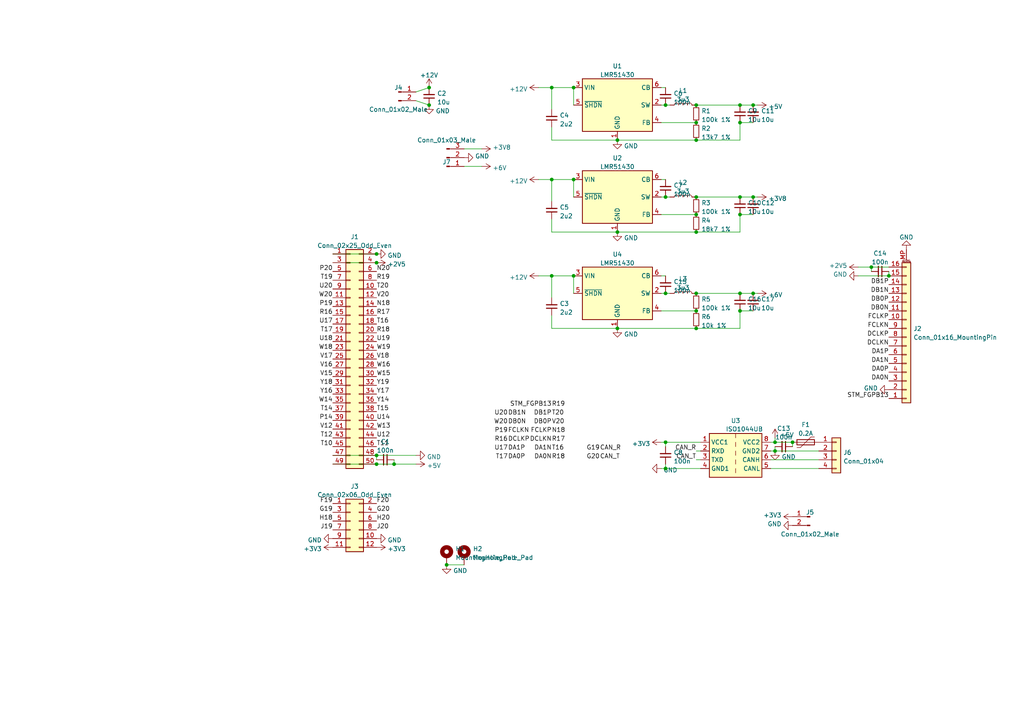
<source format=kicad_sch>
(kicad_sch (version 20211123) (generator eeschema)
  (paper "A4")
  (lib_symbols
    (symbol "Connector:Conn_01x02_Male" (pin_names (offset 1.016) hide)
      (property "Reference" "J" (at 0 2.54 0))
      (property "Value" "Conn_01x02_Male" (at 0 -5.08 0))
      (symbol "Conn_01x02_Male_1_1"
        (polyline (pts (xy 1.27 -2.54) (xy 0.8636 -2.54)) (stroke (width 0.1524)))
        (polyline (pts (xy 1.27 0) (xy 0.8636 0)) (stroke (width 0.1524)))
        (rectangle (start 0.8636 -2.413) (end 0 -2.667) (stroke (width 0.1524)) (fill (type outline)))
        (rectangle (start 0.8636 0.127) (end 0 -0.127) (stroke (width 0.1524)) (fill (type outline)))
        (pin passive line (at 5.08 0 180) (length 3.81) (name "Pin_1") (number "1"))
        (pin passive line (at 5.08 -2.54 180) (length 3.81) (name "Pin_2") (number "2"))
      )
    )
    (symbol "Connector:Conn_01x03_Male" (pin_names (offset 1.016) hide)
      (property "Reference" "J" (at 0 5.08 0))
      (property "Value" "Conn_01x03_Male" (at 0 -5.08 0))
      (symbol "Conn_01x03_Male_1_1"
        (polyline (pts (xy 1.27 -2.54) (xy 0.8636 -2.54)) (stroke (width 0.1524)))
        (polyline (pts (xy 1.27 0) (xy 0.8636 0)) (stroke (width 0.1524)))
        (polyline (pts (xy 1.27 2.54) (xy 0.8636 2.54)) (stroke (width 0.1524)))
        (rectangle (start 0.8636 -2.413) (end 0 -2.667) (stroke (width 0.1524)) (fill (type outline)))
        (rectangle (start 0.8636 0.127) (end 0 -0.127) (stroke (width 0.1524)) (fill (type outline)))
        (rectangle (start 0.8636 2.667) (end 0 2.413) (stroke (width 0.1524)) (fill (type outline)))
        (pin passive line (at 5.08 2.54 180) (length 3.81) (name "Pin_1") (number "1"))
        (pin passive line (at 5.08 0 180) (length 3.81) (name "Pin_2") (number "2"))
        (pin passive line (at 5.08 -2.54 180) (length 3.81) (name "Pin_3") (number "3"))
      )
    )
    (symbol "Connector_Generic:Conn_01x04" (pin_names (offset 1.016) hide)
      (property "Reference" "J" (at 0 5.08 0))
      (property "Value" "Conn_01x04" (at 0 -7.62 0))
      (symbol "Conn_01x04_1_1"
        (rectangle (start -1.27 -4.953) (end 0 -5.207) (stroke (width 0.1524)))
        (rectangle (start -1.27 -2.413) (end 0 -2.667) (stroke (width 0.1524)))
        (rectangle (start -1.27 0.127) (end 0 -0.127) (stroke (width 0.1524)))
        (rectangle (start -1.27 2.667) (end 0 2.413) (stroke (width 0.1524)))
        (rectangle (start -1.27 3.81) (end 1.27 -6.35) (stroke (width 0.254)) (fill (type background)))
        (pin passive line (at -5.08 2.54 0) (length 3.81) (name "Pin_1") (number "1"))
        (pin passive line (at -5.08 0 0) (length 3.81) (name "Pin_2") (number "2"))
        (pin passive line (at -5.08 -2.54 0) (length 3.81) (name "Pin_3") (number "3"))
        (pin passive line (at -5.08 -5.08 0) (length 3.81) (name "Pin_4") (number "4"))
      )
    )
    (symbol "Connector_Generic:Conn_02x06_Odd_Even" (pin_names (offset 1.016) hide)
      (property "Reference" "J" (at 1.27 7.62 0))
      (property "Value" "Conn_02x06_Odd_Even" (at 1.27 -10.16 0))
      (symbol "Conn_02x06_Odd_Even_1_1"
        (rectangle (start -1.27 -7.493) (end 0 -7.747) (stroke (width 0.1524)))
        (rectangle (start -1.27 -4.953) (end 0 -5.207) (stroke (width 0.1524)))
        (rectangle (start -1.27 -2.413) (end 0 -2.667) (stroke (width 0.1524)))
        (rectangle (start -1.27 0.127) (end 0 -0.127) (stroke (width 0.1524)))
        (rectangle (start -1.27 2.667) (end 0 2.413) (stroke (width 0.1524)))
        (rectangle (start -1.27 5.207) (end 0 4.953) (stroke (width 0.1524)))
        (rectangle (start -1.27 6.35) (end 3.81 -8.89) (stroke (width 0.254)) (fill (type background)))
        (rectangle (start 3.81 -7.493) (end 2.54 -7.747) (stroke (width 0.1524)))
        (rectangle (start 3.81 -4.953) (end 2.54 -5.207) (stroke (width 0.1524)))
        (rectangle (start 3.81 -2.413) (end 2.54 -2.667) (stroke (width 0.1524)))
        (rectangle (start 3.81 0.127) (end 2.54 -0.127) (stroke (width 0.1524)))
        (rectangle (start 3.81 2.667) (end 2.54 2.413) (stroke (width 0.1524)))
        (rectangle (start 3.81 5.207) (end 2.54 4.953) (stroke (width 0.1524)))
        (pin passive line (at -5.08 5.08 0) (length 3.81) (name "Pin_1") (number "1"))
        (pin passive line (at 7.62 -5.08 180) (length 3.81) (name "Pin_10") (number "10"))
        (pin passive line (at -5.08 -7.62 0) (length 3.81) (name "Pin_11") (number "11"))
        (pin passive line (at 7.62 -7.62 180) (length 3.81) (name "Pin_12") (number "12"))
        (pin passive line (at 7.62 5.08 180) (length 3.81) (name "Pin_2") (number "2"))
        (pin passive line (at -5.08 2.54 0) (length 3.81) (name "Pin_3") (number "3"))
        (pin passive line (at 7.62 2.54 180) (length 3.81) (name "Pin_4") (number "4"))
        (pin passive line (at -5.08 0 0) (length 3.81) (name "Pin_5") (number "5"))
        (pin passive line (at 7.62 0 180) (length 3.81) (name "Pin_6") (number "6"))
        (pin passive line (at -5.08 -2.54 0) (length 3.81) (name "Pin_7") (number "7"))
        (pin passive line (at 7.62 -2.54 180) (length 3.81) (name "Pin_8") (number "8"))
        (pin passive line (at -5.08 -5.08 0) (length 3.81) (name "Pin_9") (number "9"))
      )
    )
    (symbol "Connector_Generic:Conn_02x25_Odd_Even" (pin_names (offset 1.016) hide)
      (property "Reference" "J" (at 1.27 33.02 0))
      (property "Value" "Conn_02x25_Odd_Even" (at 1.27 -33.02 0))
      (symbol "Conn_02x25_Odd_Even_1_1"
        (rectangle (start -1.27 -30.353) (end 0 -30.607) (stroke (width 0.1524)))
        (rectangle (start -1.27 -27.813) (end 0 -28.067) (stroke (width 0.1524)))
        (rectangle (start -1.27 -25.273) (end 0 -25.527) (stroke (width 0.1524)))
        (rectangle (start -1.27 -22.733) (end 0 -22.987) (stroke (width 0.1524)))
        (rectangle (start -1.27 -20.193) (end 0 -20.447) (stroke (width 0.1524)))
        (rectangle (start -1.27 -17.653) (end 0 -17.907) (stroke (width 0.1524)))
        (rectangle (start -1.27 -15.113) (end 0 -15.367) (stroke (width 0.1524)))
        (rectangle (start -1.27 -12.573) (end 0 -12.827) (stroke (width 0.1524)))
        (rectangle (start -1.27 -10.033) (end 0 -10.287) (stroke (width 0.1524)))
        (rectangle (start -1.27 -7.493) (end 0 -7.747) (stroke (width 0.1524)))
        (rectangle (start -1.27 -4.953) (end 0 -5.207) (stroke (width 0.1524)))
        (rectangle (start -1.27 -2.413) (end 0 -2.667) (stroke (width 0.1524)))
        (rectangle (start -1.27 0.127) (end 0 -0.127) (stroke (width 0.1524)))
        (rectangle (start -1.27 2.667) (end 0 2.413) (stroke (width 0.1524)))
        (rectangle (start -1.27 5.207) (end 0 4.953) (stroke (width 0.1524)))
        (rectangle (start -1.27 7.747) (end 0 7.493) (stroke (width 0.1524)))
        (rectangle (start -1.27 10.287) (end 0 10.033) (stroke (width 0.1524)))
        (rectangle (start -1.27 12.827) (end 0 12.573) (stroke (width 0.1524)))
        (rectangle (start -1.27 15.367) (end 0 15.113) (stroke (width 0.1524)))
        (rectangle (start -1.27 17.907) (end 0 17.653) (stroke (width 0.1524)))
        (rectangle (start -1.27 20.447) (end 0 20.193) (stroke (width 0.1524)))
        (rectangle (start -1.27 22.987) (end 0 22.733) (stroke (width 0.1524)))
        (rectangle (start -1.27 25.527) (end 0 25.273) (stroke (width 0.1524)))
        (rectangle (start -1.27 28.067) (end 0 27.813) (stroke (width 0.1524)))
        (rectangle (start -1.27 30.607) (end 0 30.353) (stroke (width 0.1524)))
        (rectangle (start -1.27 31.75) (end 3.81 -31.75) (stroke (width 0.254)) (fill (type background)))
        (rectangle (start 3.81 -30.353) (end 2.54 -30.607) (stroke (width 0.1524)))
        (rectangle (start 3.81 -27.813) (end 2.54 -28.067) (stroke (width 0.1524)))
        (rectangle (start 3.81 -25.273) (end 2.54 -25.527) (stroke (width 0.1524)))
        (rectangle (start 3.81 -22.733) (end 2.54 -22.987) (stroke (width 0.1524)))
        (rectangle (start 3.81 -20.193) (end 2.54 -20.447) (stroke (width 0.1524)))
        (rectangle (start 3.81 -17.653) (end 2.54 -17.907) (stroke (width 0.1524)))
        (rectangle (start 3.81 -15.113) (end 2.54 -15.367) (stroke (width 0.1524)))
        (rectangle (start 3.81 -12.573) (end 2.54 -12.827) (stroke (width 0.1524)))
        (rectangle (start 3.81 -10.033) (end 2.54 -10.287) (stroke (width 0.1524)))
        (rectangle (start 3.81 -7.493) (end 2.54 -7.747) (stroke (width 0.1524)))
        (rectangle (start 3.81 -4.953) (end 2.54 -5.207) (stroke (width 0.1524)))
        (rectangle (start 3.81 -2.413) (end 2.54 -2.667) (stroke (width 0.1524)))
        (rectangle (start 3.81 0.127) (end 2.54 -0.127) (stroke (width 0.1524)))
        (rectangle (start 3.81 2.667) (end 2.54 2.413) (stroke (width 0.1524)))
        (rectangle (start 3.81 5.207) (end 2.54 4.953) (stroke (width 0.1524)))
        (rectangle (start 3.81 7.747) (end 2.54 7.493) (stroke (width 0.1524)))
        (rectangle (start 3.81 10.287) (end 2.54 10.033) (stroke (width 0.1524)))
        (rectangle (start 3.81 12.827) (end 2.54 12.573) (stroke (width 0.1524)))
        (rectangle (start 3.81 15.367) (end 2.54 15.113) (stroke (width 0.1524)))
        (rectangle (start 3.81 17.907) (end 2.54 17.653) (stroke (width 0.1524)))
        (rectangle (start 3.81 20.447) (end 2.54 20.193) (stroke (width 0.1524)))
        (rectangle (start 3.81 22.987) (end 2.54 22.733) (stroke (width 0.1524)))
        (rectangle (start 3.81 25.527) (end 2.54 25.273) (stroke (width 0.1524)))
        (rectangle (start 3.81 28.067) (end 2.54 27.813) (stroke (width 0.1524)))
        (rectangle (start 3.81 30.607) (end 2.54 30.353) (stroke (width 0.1524)))
        (pin passive line (at -5.08 30.48 0) (length 3.81) (name "Pin_1") (number "1"))
        (pin passive line (at 7.62 20.32 180) (length 3.81) (name "Pin_10") (number "10"))
        (pin passive line (at -5.08 17.78 0) (length 3.81) (name "Pin_11") (number "11"))
        (pin passive line (at 7.62 17.78 180) (length 3.81) (name "Pin_12") (number "12"))
        (pin passive line (at -5.08 15.24 0) (length 3.81) (name "Pin_13") (number "13"))
        (pin passive line (at 7.62 15.24 180) (length 3.81) (name "Pin_14") (number "14"))
        (pin passive line (at -5.08 12.7 0) (length 3.81) (name "Pin_15") (number "15"))
        (pin passive line (at 7.62 12.7 180) (length 3.81) (name "Pin_16") (number "16"))
        (pin passive line (at -5.08 10.16 0) (length 3.81) (name "Pin_17") (number "17"))
        (pin passive line (at 7.62 10.16 180) (length 3.81) (name "Pin_18") (number "18"))
        (pin passive line (at -5.08 7.62 0) (length 3.81) (name "Pin_19") (number "19"))
        (pin passive line (at 7.62 30.48 180) (length 3.81) (name "Pin_2") (number "2"))
        (pin passive line (at 7.62 7.62 180) (length 3.81) (name "Pin_20") (number "20"))
        (pin passive line (at -5.08 5.08 0) (length 3.81) (name "Pin_21") (number "21"))
        (pin passive line (at 7.62 5.08 180) (length 3.81) (name "Pin_22") (number "22"))
        (pin passive line (at -5.08 2.54 0) (length 3.81) (name "Pin_23") (number "23"))
        (pin passive line (at 7.62 2.54 180) (length 3.81) (name "Pin_24") (number "24"))
        (pin passive line (at -5.08 0 0) (length 3.81) (name "Pin_25") (number "25"))
        (pin passive line (at 7.62 0 180) (length 3.81) (name "Pin_26") (number "26"))
        (pin passive line (at -5.08 -2.54 0) (length 3.81) (name "Pin_27") (number "27"))
        (pin passive line (at 7.62 -2.54 180) (length 3.81) (name "Pin_28") (number "28"))
        (pin passive line (at -5.08 -5.08 0) (length 3.81) (name "Pin_29") (number "29"))
        (pin passive line (at -5.08 27.94 0) (length 3.81) (name "Pin_3") (number "3"))
        (pin passive line (at 7.62 -5.08 180) (length 3.81) (name "Pin_30") (number "30"))
        (pin passive line (at -5.08 -7.62 0) (length 3.81) (name "Pin_31") (number "31"))
        (pin passive line (at 7.62 -7.62 180) (length 3.81) (name "Pin_32") (number "32"))
        (pin passive line (at -5.08 -10.16 0) (length 3.81) (name "Pin_33") (number "33"))
        (pin passive line (at 7.62 -10.16 180) (length 3.81) (name "Pin_34") (number "34"))
        (pin passive line (at -5.08 -12.7 0) (length 3.81) (name "Pin_35") (number "35"))
        (pin passive line (at 7.62 -12.7 180) (length 3.81) (name "Pin_36") (number "36"))
        (pin passive line (at -5.08 -15.24 0) (length 3.81) (name "Pin_37") (number "37"))
        (pin passive line (at 7.62 -15.24 180) (length 3.81) (name "Pin_38") (number "38"))
        (pin passive line (at -5.08 -17.78 0) (length 3.81) (name "Pin_39") (number "39"))
        (pin passive line (at 7.62 27.94 180) (length 3.81) (name "Pin_4") (number "4"))
        (pin passive line (at 7.62 -17.78 180) (length 3.81) (name "Pin_40") (number "40"))
        (pin passive line (at -5.08 -20.32 0) (length 3.81) (name "Pin_41") (number "41"))
        (pin passive line (at 7.62 -20.32 180) (length 3.81) (name "Pin_42") (number "42"))
        (pin passive line (at -5.08 -22.86 0) (length 3.81) (name "Pin_43") (number "43"))
        (pin passive line (at 7.62 -22.86 180) (length 3.81) (name "Pin_44") (number "44"))
        (pin passive line (at -5.08 -25.4 0) (length 3.81) (name "Pin_45") (number "45"))
        (pin passive line (at 7.62 -25.4 180) (length 3.81) (name "Pin_46") (number "46"))
        (pin passive line (at -5.08 -27.94 0) (length 3.81) (name "Pin_47") (number "47"))
        (pin passive line (at 7.62 -27.94 180) (length 3.81) (name "Pin_48") (number "48"))
        (pin passive line (at -5.08 -30.48 0) (length 3.81) (name "Pin_49") (number "49"))
        (pin passive line (at -5.08 25.4 0) (length 3.81) (name "Pin_5") (number "5"))
        (pin passive line (at 7.62 -30.48 180) (length 3.81) (name "Pin_50") (number "50"))
        (pin passive line (at 7.62 25.4 180) (length 3.81) (name "Pin_6") (number "6"))
        (pin passive line (at -5.08 22.86 0) (length 3.81) (name "Pin_7") (number "7"))
        (pin passive line (at 7.62 22.86 180) (length 3.81) (name "Pin_8") (number "8"))
        (pin passive line (at -5.08 20.32 0) (length 3.81) (name "Pin_9") (number "9"))
      )
    )
    (symbol "Connector_Generic_MountingPin:Conn_01x16_MountingPin" (pin_names (offset 1.016) hide)
      (property "Reference" "J" (at 0 20.32 0))
      (property "Value" "Conn_01x16_MountingPin" (at 1.27 -22.86 0))
      (symbol "Conn_01x16_MountingPin_1_1"
        (rectangle (start -1.27 -20.193) (end 0 -20.447) (stroke (width 0.1524)))
        (rectangle (start -1.27 -17.653) (end 0 -17.907) (stroke (width 0.1524)))
        (rectangle (start -1.27 -15.113) (end 0 -15.367) (stroke (width 0.1524)))
        (rectangle (start -1.27 -12.573) (end 0 -12.827) (stroke (width 0.1524)))
        (rectangle (start -1.27 -10.033) (end 0 -10.287) (stroke (width 0.1524)))
        (rectangle (start -1.27 -7.493) (end 0 -7.747) (stroke (width 0.1524)))
        (rectangle (start -1.27 -4.953) (end 0 -5.207) (stroke (width 0.1524)))
        (rectangle (start -1.27 -2.413) (end 0 -2.667) (stroke (width 0.1524)))
        (rectangle (start -1.27 0.127) (end 0 -0.127) (stroke (width 0.1524)))
        (rectangle (start -1.27 2.667) (end 0 2.413) (stroke (width 0.1524)))
        (rectangle (start -1.27 5.207) (end 0 4.953) (stroke (width 0.1524)))
        (rectangle (start -1.27 7.747) (end 0 7.493) (stroke (width 0.1524)))
        (rectangle (start -1.27 10.287) (end 0 10.033) (stroke (width 0.1524)))
        (rectangle (start -1.27 12.827) (end 0 12.573) (stroke (width 0.1524)))
        (rectangle (start -1.27 15.367) (end 0 15.113) (stroke (width 0.1524)))
        (rectangle (start -1.27 17.907) (end 0 17.653) (stroke (width 0.1524)))
        (rectangle (start -1.27 19.05) (end 1.27 -21.59) (stroke (width 0.254)) (fill (type background)))
        (polyline (pts (xy -1.016 -22.352) (xy 1.016 -22.352)) (stroke (width 0.1524)))
        (text "Mounting" (at 0 -21.971 0) (effects (font (size 0.381 0.381))))
        (pin passive line (at -5.08 17.78 0) (length 3.81) (name "Pin_1") (number "1"))
        (pin passive line (at -5.08 -5.08 0) (length 3.81) (name "Pin_10") (number "10"))
        (pin passive line (at -5.08 -7.62 0) (length 3.81) (name "Pin_11") (number "11"))
        (pin passive line (at -5.08 -10.16 0) (length 3.81) (name "Pin_12") (number "12"))
        (pin passive line (at -5.08 -12.7 0) (length 3.81) (name "Pin_13") (number "13"))
        (pin passive line (at -5.08 -15.24 0) (length 3.81) (name "Pin_14") (number "14"))
        (pin passive line (at -5.08 -17.78 0) (length 3.81) (name "Pin_15") (number "15"))
        (pin passive line (at -5.08 -20.32 0) (length 3.81) (name "Pin_16") (number "16"))
        (pin passive line (at -5.08 15.24 0) (length 3.81) (name "Pin_2") (number "2"))
        (pin passive line (at -5.08 12.7 0) (length 3.81) (name "Pin_3") (number "3"))
        (pin passive line (at -5.08 10.16 0) (length 3.81) (name "Pin_4") (number "4"))
        (pin passive line (at -5.08 7.62 0) (length 3.81) (name "Pin_5") (number "5"))
        (pin passive line (at -5.08 5.08 0) (length 3.81) (name "Pin_6") (number "6"))
        (pin passive line (at -5.08 2.54 0) (length 3.81) (name "Pin_7") (number "7"))
        (pin passive line (at -5.08 0 0) (length 3.81) (name "Pin_8") (number "8"))
        (pin passive line (at -5.08 -2.54 0) (length 3.81) (name "Pin_9") (number "9"))
        (pin passive line (at 0 -25.4 90) (length 3.048) (name "MountPin") (number "MP"))
      )
    )
    (symbol "Device:C_Small" (pin_numbers hide) (pin_names (offset 0.254) hide)
      (property "Reference" "C" (at 0.254 1.778 0))
      (property "Value" "C_Small" (at 0.254 -2.032 0))
      (symbol "C_Small_0_1"
        (polyline (pts (xy -1.524 -0.508) (xy 1.524 -0.508)) (stroke (width 0.3302)))
        (polyline (pts (xy -1.524 0.508) (xy 1.524 0.508)) (stroke (width 0.3048)))
      )
      (symbol "C_Small_1_1"
        (pin passive line (at 0 2.54 270) (length 2.032) (name "~") (number "1"))
        (pin passive line (at 0 -2.54 90) (length 2.032) (name "~") (number "2"))
      )
    )
    (symbol "Device:L" (pin_numbers hide) (pin_names (offset 1.016) hide)
      (property "Reference" "L" (at -1.27 0 90))
      (property "Value" "L" (at 1.905 0 90))
      (symbol "L_0_1"
        (arc (start 0 -2.54) (mid 0.635 -1.905) (end 0 -1.27))
        (arc (start 0 -1.27) (mid 0.635 -0.635) (end 0 0))
        (arc (start 0 0) (mid 0.635 0.635) (end 0 1.27))
        (arc (start 0 1.27) (mid 0.635 1.905) (end 0 2.54))
      )
      (symbol "L_1_1"
        (pin passive line (at 0 3.81 270) (length 1.27) (name "1") (number "1"))
        (pin passive line (at 0 -3.81 90) (length 1.27) (name "2") (number "2"))
      )
    )
    (symbol "Device:Polyfuse" (pin_numbers hide) (pin_names (offset 0))
      (property "Reference" "F" (at -2.54 0 90))
      (property "Value" "Polyfuse" (at 2.54 0 90))
      (symbol "Polyfuse_0_1"
        (rectangle (start -0.762 2.54) (end 0.762 -2.54) (stroke (width 0.254)))
        (polyline (pts (xy 0 2.54) (xy 0 -2.54)))
        (polyline (pts (xy -1.524 2.54) (xy -1.524 1.524) (xy 1.524 -1.524) (xy 1.524 -2.54)))
      )
      (symbol "Polyfuse_1_1"
        (pin passive line (at 0 3.81 270) (length 1.27) (name "~") (number "1"))
        (pin passive line (at 0 -3.81 90) (length 1.27) (name "~") (number "2"))
      )
    )
    (symbol "Device:R_Small" (pin_numbers hide) (pin_names (offset 0.254) hide)
      (property "Reference" "R" (at 0.762 0.508 0))
      (property "Value" "R_Small" (at 0.762 -1.016 0))
      (symbol "R_Small_0_1"
        (rectangle (start -0.762 1.778) (end 0.762 -1.778) (stroke (width 0.2032)))
      )
      (symbol "R_Small_1_1"
        (pin passive line (at 0 2.54 270) (length 0.762) (name "~") (number "1"))
        (pin passive line (at 0 -2.54 90) (length 0.762) (name "~") (number "2"))
      )
    )
    (symbol "Interface_CAN_LIN:ISO1044UB"
      (property "Reference" "U" (at -6.35 6.35 0))
      (property "Value" "ISO1044UB" (at 2.54 6.35 0))
      (symbol "ISO1044UB_0_1"
        (rectangle (start -7.62 5.08) (end 7.62 -7.62) (stroke (width 0.254)) (fill (type background)))
        (polyline (pts (xy 0 -5.08) (xy 0 -6.35)))
        (polyline (pts (xy 0 -2.54) (xy 0 -3.81)))
        (polyline (pts (xy 0 0) (xy 0 -1.27)))
        (polyline (pts (xy 0 2.54) (xy 0 1.27)))
        (polyline (pts (xy 0 5.08) (xy 0 3.81)))
      )
      (symbol "ISO1044UB_1_1"
        (pin power_in line (at -10.16 2.54 0) (length 2.54) (name "VCC1") (number "1"))
        (pin output line (at -10.16 0 0) (length 2.54) (name "RXD") (number "2"))
        (pin input line (at -10.16 -2.54 0) (length 2.54) (name "TXD") (number "3"))
        (pin power_in line (at -10.16 -5.08 0) (length 2.54) (name "GND1") (number "4"))
        (pin bidirectional line (at 10.16 -5.08 180) (length 2.54) (name "CANL") (number "5"))
        (pin bidirectional line (at 10.16 -2.54 180) (length 2.54) (name "CANH") (number "6"))
        (pin power_in line (at 10.16 0 180) (length 2.54) (name "GND2") (number "7"))
        (pin power_in line (at 10.16 2.54 180) (length 2.54) (name "VCC2") (number "8"))
      )
    )
    (symbol "LMR51430:LMR51430"
      (property "Reference" "U" (at 3.81 6.35 0))
      (property "Value" "LMR51430" (at 7.62 3.81 0))
      (symbol "LMR51430_0_1"
        (rectangle (start 2.54 2.54) (end 22.86 -12.7) (stroke (width 0.254)) (fill (type background)))
      )
      (symbol "LMR51430_1_1"
        (pin power_in line (at 12.7 -15.24 90) (length 2.54) (name "GND") (number "1"))
        (pin output line (at 25.4 -5.08 180) (length 2.54) (name "SW") (number "2"))
        (pin power_in line (at 0 0 0) (length 2.54) (name "VIN") (number "3"))
        (pin input line (at 25.4 -10.16 180) (length 2.54) (name "FB") (number "4"))
        (pin input line (at 0 -5.08 0) (length 2.54) (name "~{SHDN}") (number "5"))
        (pin input line (at 25.4 0 180) (length 2.54) (name "CB") (number "6"))
      )
    )
    (symbol "Mechanical:MountingHole_Pad" (pin_numbers hide) (pin_names (offset 1.016) hide)
      (property "Reference" "H" (at 0 6.35 0))
      (property "Value" "MountingHole_Pad" (at 0 4.445 0))
      (symbol "MountingHole_Pad_0_1"
        (circle (center 0 1.27) (radius 1.27) (stroke (width 1.27)))
      )
      (symbol "MountingHole_Pad_1_1"
        (pin input line (at 0 -2.54 90) (length 2.54) (name "1") (number "1"))
      )
    )
    (symbol "power:+12V" (power) (pin_names (offset 0))
      (property "Value" "+12V" (at 0 3.556 0))
      (symbol "+12V_0_1"
        (polyline (pts (xy -0.762 1.27) (xy 0 2.54)))
        (polyline (pts (xy 0 0) (xy 0 2.54)))
        (polyline (pts (xy 0 2.54) (xy 0.762 1.27)))
      )
      (symbol "+12V_1_1"
        (pin power_in line (at 0 0 90) (length 0) hide (name "+12V") (number "1"))
      )
    )
    (symbol "power:+2V5" (power) (pin_names (offset 0))
      (property "Value" "+2V5" (at 0 3.556 0))
      (symbol "+2V5_0_1"
        (polyline (pts (xy -0.762 1.27) (xy 0 2.54)))
        (polyline (pts (xy 0 0) (xy 0 2.54)))
        (polyline (pts (xy 0 2.54) (xy 0.762 1.27)))
      )
      (symbol "+2V5_1_1"
        (pin power_in line (at 0 0 90) (length 0) hide (name "+2V5") (number "1"))
      )
    )
    (symbol "power:+3V3" (power) (pin_names (offset 0))
      (property "Value" "+3V3" (at 0 3.556 0))
      (symbol "+3V3_0_1"
        (polyline (pts (xy -0.762 1.27) (xy 0 2.54)))
        (polyline (pts (xy 0 0) (xy 0 2.54)))
        (polyline (pts (xy 0 2.54) (xy 0.762 1.27)))
      )
      (symbol "+3V3_1_1"
        (pin power_in line (at 0 0 90) (length 0) hide (name "+3V3") (number "1"))
      )
    )
    (symbol "power:+3V8" (power) (pin_names (offset 0))
      (property "Value" "+3V8" (at 0 3.556 0))
      (symbol "+3V8_0_1"
        (polyline (pts (xy -0.762 1.27) (xy 0 2.54)))
        (polyline (pts (xy 0 0) (xy 0 2.54)))
        (polyline (pts (xy 0 2.54) (xy 0.762 1.27)))
      )
      (symbol "+3V8_1_1"
        (pin power_in line (at 0 0 90) (length 0) hide (name "+3V8") (number "1"))
      )
    )
    (symbol "power:+5V" (power) (pin_names (offset 0))
      (property "Value" "+5V" (at 0 3.556 0))
      (symbol "+5V_0_1"
        (polyline (pts (xy -0.762 1.27) (xy 0 2.54)))
        (polyline (pts (xy 0 0) (xy 0 2.54)))
        (polyline (pts (xy 0 2.54) (xy 0.762 1.27)))
      )
      (symbol "+5V_1_1"
        (pin power_in line (at 0 0 90) (length 0) hide (name "+5V") (number "1"))
      )
    )
    (symbol "power:+6V" (power) (pin_names (offset 0))
      (property "Value" "+6V" (at 0 3.556 0))
      (symbol "+6V_0_1"
        (polyline (pts (xy -0.762 1.27) (xy 0 2.54)))
        (polyline (pts (xy 0 0) (xy 0 2.54)))
        (polyline (pts (xy 0 2.54) (xy 0.762 1.27)))
      )
      (symbol "+6V_1_1"
        (pin power_in line (at 0 0 90) (length 0) hide (name "+6V") (number "1"))
      )
    )
    (symbol "power:GND" (power) (pin_names (offset 0))
      (property "Value" "GND" (at 0 -3.81 0))
      (symbol "GND_0_1"
        (polyline (pts (xy 0 0) (xy 0 -1.27) (xy 1.27 -1.27) (xy 0 -2.54) (xy -1.27 -1.27) (xy 0 -1.27)))
      )
      (symbol "GND_1_1"
        (pin power_in line (at 0 0 270) (length 0) hide (name "GND") (number "1"))
      )
    )
  )
  (junction (at 214.63 90.17))
  (junction (at 109.22 73.66))
  (junction (at 160.02 80.01))
  (junction (at 214.63 62.23))
  (junction (at 166.37 80.01))
  (junction (at 179.07 95.25))
  (junction (at 201.93 35.56))
  (junction (at 252.73 77.47))
  (junction (at 124.46 30.48))
  (junction (at 257.81 80.01))
  (junction (at 160.02 52.07))
  (junction (at 160.02 25.4))
  (junction (at 201.93 57.15))
  (junction (at 214.63 30.48))
  (junction (at 201.93 40.64))
  (junction (at 214.63 57.15))
  (junction (at 218.44 30.48))
  (junction (at 201.93 62.23))
  (junction (at 109.22 134.62))
  (junction (at 201.93 95.25))
  (junction (at 224.79 128.27))
  (junction (at 193.04 30.48))
  (junction (at 201.93 67.31))
  (junction (at 179.07 40.64))
  (junction (at 201.93 30.48))
  (junction (at 166.37 25.4))
  (junction (at 124.46 25.4))
  (junction (at 129.54 163.83))
  (junction (at 193.04 135.89))
  (junction (at 166.37 52.07))
  (junction (at 179.07 67.31))
  (junction (at 109.22 76.2))
  (junction (at 218.44 57.15))
  (junction (at 214.63 35.56))
  (junction (at 218.44 85.09))
  (junction (at 201.93 85.09))
  (junction (at 193.04 128.27))
  (junction (at 193.04 57.15))
  (junction (at 193.04 85.09))
  (junction (at 201.93 90.17))
  (junction (at 224.79 130.81))
  (junction (at 229.87 128.27))
  (junction (at 109.22 132.08))
  (junction (at 214.63 85.09))
  (junction (at 114.3 134.62))
  (wire (pts (xy 214.63 30.48) (xy 218.44 30.48)))
  (wire (pts (xy 160.02 80.01) (xy 156.21 80.01)))
  (wire (pts (xy 96.52 76.2) (xy 109.22 76.2)))
  (wire (pts (xy 120.65 134.62) (xy 114.3 134.62)))
  (wire (pts (xy 109.22 132.08) (xy 109.22 133.35)))
  (wire (pts (xy 96.52 132.08) (xy 109.22 132.08)))
  (wire (pts (xy 166.37 80.01) (xy 166.37 85.09)))
  (wire (pts (xy 218.44 57.15) (xy 219.71 57.15)))
  (wire (pts (xy 160.02 86.36) (xy 160.02 80.01)))
  (wire (pts (xy 257.81 78.74) (xy 257.81 80.01)))
  (wire (pts (xy 191.77 135.89) (xy 193.04 135.89)))
  (wire (pts (xy 218.44 85.09) (xy 219.71 85.09)))
  (wire (pts (xy 120.65 29.21) (xy 124.46 30.48)))
  (wire (pts (xy 193.04 134.62) (xy 193.04 135.89)))
  (wire (pts (xy 160.02 52.07) (xy 156.21 52.07)))
  (wire (pts (xy 237.49 133.35) (xy 223.52 133.35)))
  (wire (pts (xy 160.02 80.01) (xy 166.37 80.01)))
  (wire (pts (xy 160.02 40.64) (xy 179.07 40.64)))
  (wire (pts (xy 224.79 129.54) (xy 224.79 130.81)))
  (wire (pts (xy 160.02 63.5) (xy 160.02 67.31)))
  (wire (pts (xy 224.79 128.27) (xy 223.52 128.27)))
  (wire (pts (xy 160.02 67.31) (xy 179.07 67.31)))
  (wire (pts (xy 214.63 85.09) (xy 218.44 85.09)))
  (wire (pts (xy 193.04 128.27) (xy 203.2 128.27)))
  (wire (pts (xy 160.02 95.25) (xy 179.07 95.25)))
  (wire (pts (xy 160.02 52.07) (xy 166.37 52.07)))
  (wire (pts (xy 214.63 67.31) (xy 201.93 67.31)))
  (wire (pts (xy 179.07 95.25) (xy 201.93 95.25)))
  (wire (pts (xy 179.07 40.64) (xy 201.93 40.64)))
  (wire (pts (xy 193.04 85.09) (xy 194.31 85.09)))
  (wire (pts (xy 160.02 91.44) (xy 160.02 95.25)))
  (wire (pts (xy 191.77 90.17) (xy 201.93 90.17)))
  (wire (pts (xy 120.65 26.67) (xy 124.46 25.4)))
  (wire (pts (xy 237.49 130.81) (xy 224.79 130.81)))
  (wire (pts (xy 114.3 134.62) (xy 109.22 134.62)))
  (wire (pts (xy 229.87 128.27) (xy 224.79 128.27)))
  (wire (pts (xy 193.04 30.48) (xy 191.77 30.48)))
  (wire (pts (xy 248.92 77.47) (xy 252.73 77.47)))
  (wire (pts (xy 191.77 62.23) (xy 201.93 62.23)))
  (wire (pts (xy 252.73 77.47) (xy 257.81 77.47)))
  (wire (pts (xy 96.52 134.62) (xy 109.22 134.62)))
  (wire (pts (xy 193.04 57.15) (xy 194.31 57.15)))
  (wire (pts (xy 160.02 58.42) (xy 160.02 52.07)))
  (wire (pts (xy 129.54 163.83) (xy 134.62 163.83)))
  (wire (pts (xy 114.3 133.35) (xy 114.3 134.62)))
  (wire (pts (xy 120.65 132.08) (xy 109.22 132.08)))
  (wire (pts (xy 201.93 130.81) (xy 203.2 130.81)))
  (wire (pts (xy 201.93 57.15) (xy 214.63 57.15)))
  (wire (pts (xy 248.92 80.01) (xy 257.81 80.01)))
  (wire (pts (xy 201.93 30.48) (xy 214.63 30.48)))
  (wire (pts (xy 237.49 135.89) (xy 223.52 135.89)))
  (wire (pts (xy 224.79 127) (xy 224.79 128.27)))
  (wire (pts (xy 201.93 133.35) (xy 203.2 133.35)))
  (wire (pts (xy 193.04 25.4) (xy 191.77 25.4)))
  (wire (pts (xy 214.63 57.15) (xy 218.44 57.15)))
  (wire (pts (xy 166.37 52.07) (xy 166.37 57.15)))
  (wire (pts (xy 179.07 67.31) (xy 201.93 67.31)))
  (wire (pts (xy 193.04 128.27) (xy 193.04 129.54)))
  (wire (pts (xy 166.37 25.4) (xy 166.37 30.48)))
  (wire (pts (xy 96.52 73.66) (xy 109.22 73.66)))
  (wire (pts (xy 214.63 35.56) (xy 218.44 35.56)))
  (wire (pts (xy 191.77 128.27) (xy 193.04 128.27)))
  (wire (pts (xy 193.04 135.89) (xy 203.2 135.89)))
  (wire (pts (xy 252.73 77.47) (xy 252.73 78.74)))
  (wire (pts (xy 214.63 90.17) (xy 218.44 90.17)))
  (wire (pts (xy 201.93 40.64) (xy 214.63 40.64)))
  (wire (pts (xy 134.62 43.18) (xy 139.7 43.18)))
  (wire (pts (xy 229.87 128.27) (xy 229.87 129.54)))
  (wire (pts (xy 160.02 31.75) (xy 160.02 25.4)))
  (wire (pts (xy 160.02 25.4) (xy 166.37 25.4)))
  (wire (pts (xy 193.04 85.09) (xy 191.77 85.09)))
  (wire (pts (xy 193.04 57.15) (xy 191.77 57.15)))
  (wire (pts (xy 201.93 85.09) (xy 214.63 85.09)))
  (wire (pts (xy 218.44 30.48) (xy 219.71 30.48)))
  (wire (pts (xy 139.7 48.26) (xy 134.62 48.26)))
  (wire (pts (xy 214.63 90.17) (xy 214.63 95.25)))
  (wire (pts (xy 160.02 36.83) (xy 160.02 40.64)))
  (wire (pts (xy 214.63 95.25) (xy 201.93 95.25)))
  (wire (pts (xy 193.04 80.01) (xy 191.77 80.01)))
  (wire (pts (xy 156.21 25.4) (xy 160.02 25.4)))
  (wire (pts (xy 214.63 40.64) (xy 214.63 35.56)))
  (wire (pts (xy 214.63 62.23) (xy 214.63 67.31)))
  (wire (pts (xy 194.31 30.48) (xy 193.04 30.48)))
  (wire (pts (xy 193.04 52.07) (xy 191.77 52.07)))
  (wire (pts (xy 191.77 35.56) (xy 201.93 35.56)))
  (wire (pts (xy 224.79 130.81) (xy 223.52 130.81)))
  (wire (pts (xy 214.63 62.23) (xy 218.44 62.23)))
  (label "W18" (at 96.52 101.6 180))
  (label "V12" (at 96.52 124.46 180))
  (label "G20" (at 109.22 148.59 0))
  (label "DA1P" (at 257.81 102.87 180))
  (label "N20" (at 109.22 78.74 0))
  (label "V16" (at 96.52 106.68 180))
  (label "V20" (at 160.02 123.19 0))
  (label "STM_FGPB13" (at 160.02 118.11 180))
  (label "DB0N" (at 147.32 123.19 0))
  (label "DB1P" (at 257.81 82.55 180))
  (label "U14" (at 109.22 121.92 0))
  (label "N18" (at 109.22 88.9 0))
  (label "G20" (at 173.99 133.35 180))
  (label "Y18" (at 96.52 111.76 180))
  (label "P20" (at 96.52 78.74 180))
  (label "R19" (at 160.02 118.11 0))
  (label "R17" (at 109.22 91.44 0))
  (label "Y16" (at 96.52 114.3 180))
  (label "DA0N" (at 257.81 110.49 180))
  (label "P14" (at 96.52 121.92 180))
  (label "P19" (at 96.52 88.9 180))
  (label "Y19" (at 109.22 111.76 0))
  (label "CAN_T" (at 173.99 133.35 0))
  (label "R18" (at 160.02 133.35 0))
  (label "U17" (at 147.32 130.81 180))
  (label "T17" (at 96.52 96.52 180))
  (label "DB1N" (at 257.81 85.09 180))
  (label "DB1N" (at 147.32 120.65 0))
  (label "U18" (at 96.52 99.06 180))
  (label "T15" (at 109.22 119.38 0))
  (label "N18" (at 160.02 125.73 0))
  (label "DA0N" (at 160.02 133.35 180))
  (label "DCLKN" (at 160.02 128.27 180))
  (label "V15" (at 96.52 109.22 180))
  (label "U12" (at 109.22 127 0))
  (label "R18" (at 109.22 96.52 0))
  (label "DA1N" (at 160.02 130.81 180))
  (label "T19" (at 96.52 81.28 180))
  (label "FCLKP" (at 257.81 92.71 180))
  (label "R17" (at 160.02 128.27 0))
  (label "W15" (at 109.22 109.22 0))
  (label "DCLKN" (at 257.81 100.33 180))
  (label "STM_FGPB13" (at 257.81 115.57 180))
  (label "W20" (at 147.32 123.19 180))
  (label "DB1P" (at 160.02 120.65 180))
  (label "T12" (at 96.52 127 180))
  (label "DCLKP" (at 147.32 128.27 0))
  (label "F20" (at 109.22 146.05 0))
  (label "W14" (at 96.52 116.84 180))
  (label "Y17" (at 109.22 114.3 0))
  (label "P19" (at 147.32 125.73 180))
  (label "FCLKN" (at 147.32 125.73 0))
  (label "R16" (at 96.52 91.44 180))
  (label "G19" (at 173.99 130.81 180))
  (label "U19" (at 109.22 99.06 0))
  (label "Y14" (at 109.22 116.84 0))
  (label "T16" (at 109.22 93.98 0))
  (label "DA1P" (at 147.32 130.81 0))
  (label "FCLKN" (at 257.81 95.25 180))
  (label "V18" (at 109.22 104.14 0))
  (label "W19" (at 109.22 101.6 0))
  (label "T20" (at 109.22 83.82 0))
  (label "T11" (at 109.22 129.54 0))
  (label "CAN_R" (at 173.99 130.81 0))
  (label "W13" (at 109.22 124.46 0))
  (label "DB0N" (at 257.81 90.17 180))
  (label "W16" (at 109.22 106.68 0))
  (label "H20" (at 109.22 151.13 0))
  (label "U17" (at 96.52 93.98 180))
  (label "V17" (at 96.52 104.14 180))
  (label "J19" (at 96.52 153.67 180))
  (label "R16" (at 147.32 128.27 180))
  (label "H18" (at 96.52 151.13 180))
  (label "W20" (at 96.52 86.36 180))
  (label "DA1N" (at 257.81 105.41 180))
  (label "CAN_T" (at 201.93 133.35 180))
  (label "U20" (at 96.52 83.82 180))
  (label "T20" (at 160.02 120.65 0))
  (label "CAN_R" (at 201.93 130.81 180))
  (label "DB0P" (at 257.81 87.63 180))
  (label "G19" (at 96.52 148.59 180))
  (label "DCLKP" (at 257.81 97.79 180))
  (label "DA0P" (at 257.81 107.95 180))
  (label "T10" (at 96.52 129.54 180))
  (label "V20" (at 109.22 86.36 0))
  (label "FCLKP" (at 160.02 125.73 180))
  (label "DA0P" (at 147.32 133.35 0))
  (label "F19" (at 96.52 146.05 180))
  (label "T14" (at 96.52 119.38 180))
  (label "DB0P" (at 160.02 123.19 180))
  (label "T17" (at 147.32 133.35 180))
  (label "T16" (at 160.02 130.81 0))
  (label "R19" (at 109.22 81.28 0))
  (label "U20" (at 147.32 120.65 180))
  (label "J20" (at 109.22 153.67 0))
  (symbol (lib_id "Device:C_Small") (at 160.02 34.29 180) (unit 1)
    (property "Reference" "C4" (at 162.3441 33.4489 0) (effects (justify right)))
    (property "Value" "2u2" (at 162.3441 35.9858 0) (effects (justify right)))
    (property "Footprint" "Capacitor_SMD:C_0603_1608Metric" (effects hide))
  )
  (symbol (lib_id "power:+3V8") (at 219.71 57.15 270) (unit 1)
    (property "Reference" "#PWR0107" (effects hide))
    (property "Value" "+3V8" (at 222.885 57.5838 90) (effects (justify left)))
  )
  (symbol (lib_id "power:GND") (at 179.07 67.31 0) (mirror y) (unit 1)
    (property "Reference" "#PWR0123" (effects hide))
    (property "Value" "GND" (at 180.975 69.0138 0) (effects (justify right)))
  )
  (symbol (lib_id "Device:C_Small") (at 218.44 87.63 180) (unit 1)
    (property "Reference" "C17" (at 220.7641 86.7889 0) (effects (justify right)))
    (property "Value" "10u" (at 220.7641 89.3258 0) (effects (justify right)))
    (property "Footprint" "Capacitor_SMD:C_0603_1608Metric" (effects hide))
  )
  (symbol (lib_id "Connector_Generic_MountingPin:Conn_01x16_MountingPin") (at 262.89 97.79 0) (mirror x) (unit 1)
    (property "Reference" "J2" (at 264.922 95.3297 0) (effects (justify left)))
    (property "Value" "Conn_01x16_MountingPin" (at 264.922 97.8666 0) (effects (justify left)))
    (property "Footprint" "Connector_FFC-FPC:TE_1-1734839-6_1x16-1MP_P0.5mm_Horizontal" (effects hide))
  )
  (symbol (lib_id "power:+2V5") (at 109.22 76.2 270) (unit 1)
    (property "Reference" "#PWR0102" (effects hide))
    (property "Value" "+2V5" (at 112.395 76.6338 90) (effects (justify left)))
  )
  (symbol (lib_id "power:GND") (at 120.65 132.08 90) (unit 1)
    (property "Reference" "#PWR0106" (effects hide))
    (property "Value" "GND" (at 123.825 132.5138 90) (effects (justify right)))
  )
  (symbol (lib_id "power:GND") (at 96.52 156.21 270) (unit 1)
    (property "Reference" "#PWR0117" (effects hide))
    (property "Value" "GND" (at 93.3451 156.6438 90) (effects (justify right)))
  )
  (symbol (lib_id "LMR51430:LMR51430") (at 166.37 80.01 0) (unit 1)
    (property "Reference" "U4" (at 179.07 73.7702 0))
    (property "Value" "LMR51430" (at 179.07 76.3071 0))
    (property "Footprint" "Package_TO_SOT_SMD:SOT-23-6" (effects hide))
    (property "Datasheet" "https://www.ti.com/lit/ds/symlink/lmr51430.pdf?ts=1684716438866&ref_url=https%253A%252F%252Fwww.ti.com%252Fproduct%252FLMR51430" (effects hide))
  )
  (symbol (lib_id "Mechanical:MountingHole_Pad") (at 129.54 161.29 0) (unit 1)
    (property "Reference" "H1" (at 132.08 159.1853 0) (effects (justify left)))
    (property "Value" "MountingHole_Pad" (at 132.08 161.7222 0) (effects (justify left)))
    (property "Footprint" "MountingHole:MountingHole_2.2mm_M2_ISO7380_Pad_TopBottom" (effects hide))
  )
  (symbol (lib_id "Device:C_Small") (at 193.04 27.94 180) (unit 1)
    (property "Reference" "C6" (at 195.3641 27.0989 0) (effects (justify right)))
    (property "Value" "100n" (at 195.3641 29.6358 0) (effects (justify right)))
    (property "Footprint" "Capacitor_SMD:C_0402_1005Metric" (effects hide))
  )
  (symbol (lib_id "power:+3V3") (at 191.77 128.27 90) (unit 1)
    (property "Reference" "#PWR0122" (effects hide))
    (property "Value" "+3V3" (at 188.595 128.7038 90) (effects (justify left)))
  )
  (symbol (lib_id "power:+6V") (at 139.7 48.26 270) (unit 1)
    (property "Reference" "#PWR0130" (effects hide))
    (property "Value" "+6V" (at 142.875 48.6938 90) (effects (justify left)))
  )
  (symbol (lib_id "Connector_Generic:Conn_02x25_Odd_Even") (at 101.6 104.14 0) (unit 1)
    (property "Reference" "J1" (at 102.87 68.6902 0))
    (property "Value" "Conn_02x25_Odd_Even" (at 102.87 71.2271 0))
    (property "Footprint" "Connector_PinHeader_2.54mm:PinHeader_2x25_P2.54mm_Vertical" (effects hide))
  )
  (symbol (lib_id "power:GND") (at 257.81 113.03 270) (mirror x) (unit 1)
    (property "Reference" "#PWR0112" (effects hide))
    (property "Value" "GND" (at 254.6351 112.5962 90) (effects (justify right)))
  )
  (symbol (lib_id "power:+5V") (at 224.79 127 0) (unit 1)
    (property "Reference" "#PWR0101" (effects hide))
    (property "Value" "+5V" (at 226.187 126.1638 0) (effects (justify left)))
  )
  (symbol (lib_id "power:+12V") (at 156.21 52.07 90) (unit 1)
    (property "Reference" "#PWR0128" (effects hide))
    (property "Value" "+12V" (at 153.035 52.5038 90) (effects (justify left)))
  )
  (symbol (lib_id "power:GND") (at 248.92 80.01 270) (mirror x) (unit 1)
    (property "Reference" "#PWR0110" (effects hide))
    (property "Value" "GND" (at 245.7451 79.5762 90) (effects (justify right)))
  )
  (symbol (lib_id "Device:R_Small") (at 201.93 59.69 0) (unit 1)
    (property "Reference" "R3" (at 203.4286 58.8553 0) (effects (justify left)))
    (property "Value" "100k 1%" (at 203.4286 61.3922 0) (effects (justify left)))
    (property "Footprint" "Resistor_SMD:R_0402_1005Metric" (effects hide))
  )
  (symbol (lib_id "power:+3V8") (at 139.7 43.18 270) (unit 1)
    (property "Reference" "#PWR0115" (effects hide))
    (property "Value" "+3V8" (at 142.875 42.7462 90) (effects (justify left)))
  )
  (symbol (lib_id "power:+6V") (at 219.71 85.09 270) (unit 1)
    (property "Reference" "#PWR0133" (effects hide))
    (property "Value" "+6V" (at 222.885 85.5238 90) (effects (justify left)))
  )
  (symbol (lib_id "Device:C_Small") (at 214.63 33.02 180) (unit 1)
    (property "Reference" "C9" (at 216.9541 32.1789 0) (effects (justify right)))
    (property "Value" "10u" (at 216.9541 34.7158 0) (effects (justify right)))
    (property "Footprint" "Capacitor_SMD:C_0603_1608Metric" (effects hide))
  )
  (symbol (lib_id "power:GND") (at 129.54 163.83 0) (unit 1)
    (property "Reference" "#PWR0126" (effects hide))
    (property "Value" "GND" (at 131.445 165.5338 0) (effects (justify left)))
  )
  (symbol (lib_id "Connector:Conn_01x02_Male") (at 234.95 149.86 0) (mirror y) (unit 1)
    (property "Reference" "J5" (at 234.95 148.59 0))
    (property "Value" "Conn_01x02_Male" (at 234.95 154.94 0))
    (property "Footprint" "Connector_PinHeader_2.54mm:PinHeader_1x02_P2.54mm_Vertical" (effects hide))
  )
  (symbol (lib_id "Device:C_Small") (at 218.44 33.02 180) (unit 1)
    (property "Reference" "C11" (at 220.7641 32.1789 0) (effects (justify right)))
    (property "Value" "10u" (at 220.7641 34.7158 0) (effects (justify right)))
    (property "Footprint" "Capacitor_SMD:C_0603_1608Metric" (effects hide))
  )
  (symbol (lib_id "power:GND") (at 179.07 40.64 0) (mirror y) (unit 1)
    (property "Reference" "#PWR0124" (effects hide))
    (property "Value" "GND" (at 180.975 42.3438 0) (effects (justify right)))
  )
  (symbol (lib_id "power:+12V") (at 156.21 80.01 90) (unit 1)
    (property "Reference" "#PWR0127" (effects hide))
    (property "Value" "+12V" (at 153.035 80.4438 90) (effects (justify left)))
  )
  (symbol (lib_id "Device:C_Small") (at 193.04 82.55 180) (unit 1)
    (property "Reference" "C15" (at 195.3641 81.7089 0) (effects (justify right)))
    (property "Value" "100n" (at 195.3641 84.2458 0) (effects (justify right)))
    (property "Footprint" "Capacitor_SMD:C_0402_1005Metric" (effects hide))
  )
  (symbol (lib_id "Device:L") (at 198.12 85.09 90) (unit 1)
    (property "Reference" "L3" (at 198.12 80.8822 90))
    (property "Value" "3u3" (at 198.12 83.4191 90))
    (property "Footprint" "SRP3212A:SRP3212A" (effects hide))
  )
  (symbol (lib_id "Mechanical:MountingHole_Pad") (at 134.62 161.29 0) (unit 1)
    (property "Reference" "H2" (at 137.16 159.1853 0) (effects (justify left)))
    (property "Value" "MountingHole_Pad" (at 137.16 161.7222 0) (effects (justify left)))
    (property "Footprint" "MountingHole:MountingHole_2.2mm_M2_ISO7380_Pad_TopBottom" (effects hide))
  )
  (symbol (lib_id "Device:R_Small") (at 201.93 33.02 0) (unit 1)
    (property "Reference" "R1" (at 203.4286 32.1853 0) (effects (justify left)))
    (property "Value" "100k 1%" (at 203.4286 34.7222 0) (effects (justify left)))
    (property "Footprint" "Resistor_SMD:R_0402_1005Metric" (effects hide))
  )
  (symbol (lib_id "Device:C_Small") (at 214.63 87.63 180) (unit 1)
    (property "Reference" "C16" (at 216.9541 86.7889 0) (effects (justify right)))
    (property "Value" "10u" (at 216.9541 89.3258 0) (effects (justify right)))
    (property "Footprint" "Capacitor_SMD:C_0603_1608Metric" (effects hide))
  )
  (symbol (lib_id "power:+3V3") (at 229.87 149.86 90) (mirror x) (unit 1)
    (property "Reference" "#PWR0105" (effects hide))
    (property "Value" "+3V3" (at 226.695 149.4262 90) (effects (justify left)))
  )
  (symbol (lib_id "Device:C_Small") (at 160.02 88.9 180) (unit 1)
    (property "Reference" "C3" (at 162.3441 88.0589 0) (effects (justify right)))
    (property "Value" "2u2" (at 162.3441 90.5958 0) (effects (justify right)))
    (property "Footprint" "Capacitor_SMD:C_0603_1608Metric" (effects hide))
  )
  (symbol (lib_id "power:GND") (at 191.77 135.89 270) (unit 1)
    (property "Reference" "#PWR0121" (effects hide))
    (property "Value" "GND" (at 192.405 136.3238 90) (effects (justify left)))
  )
  (symbol (lib_id "power:GND") (at 124.46 30.48 0) (mirror y) (unit 1)
    (property "Reference" "#PWR0125" (effects hide))
    (property "Value" "GND" (at 126.365 32.1838 0) (effects (justify right)))
  )
  (symbol (lib_id "power:GND") (at 109.22 73.66 90) (unit 1)
    (property "Reference" "#PWR0103" (effects hide))
    (property "Value" "GND" (at 112.395 74.0938 90) (effects (justify right)))
  )
  (symbol (lib_id "Device:L") (at 198.12 30.48 90) (unit 1)
    (property "Reference" "L1" (at 198.12 26.2722 90))
    (property "Value" "3u3" (at 198.12 28.8091 90))
    (property "Footprint" "SRP3212A:SRP3212A" (effects hide))
  )
  (symbol (lib_id "power:+5V") (at 120.65 134.62 270) (unit 1)
    (property "Reference" "#PWR0108" (effects hide))
    (property "Value" "+5V" (at 123.825 135.0538 90) (effects (justify left)))
  )
  (symbol (lib_id "Connector:Conn_01x02_Male") (at 115.57 26.67 0) (unit 1)
    (property "Reference" "J4" (at 115.57 25.4 0))
    (property "Value" "Conn_01x02_Male" (at 115.57 31.75 0))
    (property "Footprint" "Connector_PinHeader_2.54mm:PinHeader_1x02_P2.54mm_Vertical" (effects hide))
  )
  (symbol (lib_id "LMR51430:LMR51430") (at 166.37 25.4 0) (unit 1)
    (property "Reference" "U1" (at 179.07 19.1602 0))
    (property "Value" "LMR51430" (at 179.07 21.6971 0))
    (property "Footprint" "Package_TO_SOT_SMD:SOT-23-6" (effects hide))
    (property "Datasheet" "https://www.ti.com/lit/ds/symlink/lmr51430.pdf?ts=1684716438866&ref_url=https%253A%252F%252Fwww.ti.com%252Fproduct%252FLMR51430" (effects hide))
  )
  (symbol (lib_id "Device:R_Small") (at 201.93 87.63 0) (unit 1)
    (property "Reference" "R5" (at 203.4286 86.7953 0) (effects (justify left)))
    (property "Value" "100k 1%" (at 203.4286 89.3322 0) (effects (justify left)))
    (property "Footprint" "Resistor_SMD:R_0402_1005Metric" (effects hide))
  )
  (symbol (lib_id "LMR51430:LMR51430") (at 166.37 52.07 0) (unit 1)
    (property "Reference" "U2" (at 179.07 45.8302 0))
    (property "Value" "LMR51430" (at 179.07 48.3671 0))
    (property "Footprint" "Package_TO_SOT_SMD:SOT-23-6" (effects hide))
    (property "Datasheet" "https://www.ti.com/lit/ds/symlink/lmr51430.pdf?ts=1684716438866&ref_url=https%253A%252F%252Fwww.ti.com%252Fproduct%252FLMR51430" (effects hide))
  )
  (symbol (lib_id "power:+3V3") (at 109.22 158.75 270) (unit 1)
    (property "Reference" "#PWR0119" (effects hide))
    (property "Value" "+3V3" (at 112.395 159.1838 90) (effects (justify left)))
  )
  (symbol (lib_id "power:GND") (at 134.62 45.72 90) (mirror x) (unit 1)
    (property "Reference" "#PWR0116" (effects hide))
    (property "Value" "GND" (at 137.795 45.2862 90) (effects (justify right)))
  )
  (symbol (lib_id "power:+12V") (at 124.46 25.4 0) (unit 1)
    (property "Reference" "#PWR0129" (effects hide))
    (property "Value" "+12V" (at 124.46 21.8242 0))
  )
  (symbol (lib_id "power:+2V5") (at 248.92 77.47 90) (mirror x) (unit 1)
    (property "Reference" "#PWR0111" (effects hide))
    (property "Value" "+2V5" (at 245.745 77.0362 90) (effects (justify left)))
  )
  (symbol (lib_id "Device:C_Small") (at 255.27 78.74 270) (unit 1)
    (property "Reference" "C14" (at 255.2636 73.4781 90))
    (property "Value" "100n" (at 255.2636 76.015 90))
    (property "Footprint" "Capacitor_SMD:C_0402_1005Metric" (effects hide))
  )
  (symbol (lib_id "Device:Polyfuse") (at 233.68 128.27 90) (unit 1)
    (property "Reference" "F1" (at 233.68 123.1732 90))
    (property "Value" "0.2A" (at 233.68 125.7101 90))
    (property "Footprint" "Fuse:Fuse_1206_3216Metric" (effects hide))
    (property "Datasheet" "https://www.mouser.com/datasheet/2/447/SMD1206_1-1954982.pdf" (effects hide))
  )
  (symbol (lib_id "Device:R_Small") (at 201.93 92.71 0) (unit 1)
    (property "Reference" "R6" (at 203.4286 91.8753 0) (effects (justify left)))
    (property "Value" "10k 1%" (at 203.4286 94.4122 0) (effects (justify left)))
    (property "Footprint" "Resistor_SMD:R_0402_1005Metric" (effects hide))
  )
  (symbol (lib_id "Connector_Generic:Conn_02x06_Odd_Even") (at 101.6 151.13 0) (unit 1)
    (property "Reference" "J3" (at 102.87 141.0802 0))
    (property "Value" "Conn_02x06_Odd_Even" (at 102.87 143.51 0))
    (property "Footprint" "Connector_PinHeader_2.54mm:PinHeader_2x06_P2.54mm_Vertical" (effects hide))
  )
  (symbol (lib_id "power:+12V") (at 156.21 25.4 90) (unit 1)
    (property "Reference" "#PWR0131" (effects hide))
    (property "Value" "+12V" (at 153.035 25.8338 90) (effects (justify left)))
  )
  (symbol (lib_id "Device:C_Small") (at 193.04 132.08 180) (unit 1)
    (property "Reference" "C8" (at 195.3641 131.2389 0) (effects (justify right)))
    (property "Value" "100n" (at 195.3641 133.7758 0) (effects (justify right)))
    (property "Footprint" "Capacitor_SMD:C_0402_1005Metric" (effects hide))
  )
  (symbol (lib_id "Connector_Generic:Conn_01x04") (at 242.57 130.81 0) (unit 1)
    (property "Reference" "J6" (at 244.602 131.2453 0) (effects (justify left)))
    (property "Value" "Conn_01x04" (at 244.602 133.7822 0) (effects (justify left)))
    (property "Footprint" "Connector_PinHeader_1.27mm:PinHeader_1x04_P1.27mm_Vertical" (effects hide))
  )
  (symbol (lib_id "Device:C_Small") (at 193.04 54.61 180) (unit 1)
    (property "Reference" "C7" (at 195.3641 53.7689 0) (effects (justify right)))
    (property "Value" "100n" (at 195.3641 56.3058 0) (effects (justify right)))
    (property "Footprint" "Capacitor_SMD:C_0402_1005Metric" (effects hide))
  )
  (symbol (lib_id "Device:C_Small") (at 160.02 60.96 180) (unit 1)
    (property "Reference" "C5" (at 162.3441 60.1189 0) (effects (justify right)))
    (property "Value" "2u2" (at 162.3441 62.6558 0) (effects (justify right)))
    (property "Footprint" "Capacitor_SMD:C_0603_1608Metric" (effects hide))
  )
  (symbol (lib_id "power:GND") (at 109.22 156.21 90) (unit 1)
    (property "Reference" "#PWR0120" (effects hide))
    (property "Value" "GND" (at 112.395 156.6438 90) (effects (justify right)))
  )
  (symbol (lib_id "Device:C_Small") (at 214.63 59.69 180) (unit 1)
    (property "Reference" "C10" (at 216.9541 58.8489 0) (effects (justify right)))
    (property "Value" "10u" (at 216.9541 61.3858 0) (effects (justify right)))
    (property "Footprint" "Capacitor_SMD:C_0603_1608Metric" (effects hide))
  )
  (symbol (lib_id "Device:C_Small") (at 111.76 133.35 270) (unit 1)
    (property "Reference" "C1" (at 111.7536 128.0881 90))
    (property "Value" "100n" (at 111.7536 130.625 90))
    (property "Footprint" "Capacitor_SMD:C_0402_1005Metric" (effects hide))
  )
  (symbol (lib_id "Connector:Conn_01x03_Male") (at 129.54 45.72 0) (mirror x) (unit 1)
    (property "Reference" "J7" (at 129.54 46.99 0))
    (property "Value" "Conn_01x03_Male" (at 129.54 40.64 0))
    (property "Footprint" "Connector_PinHeader_2.54mm:PinHeader_1x03_P2.54mm_Vertical" (effects hide))
  )
  (symbol (lib_id "power:GND") (at 179.07 95.25 0) (mirror y) (unit 1)
    (property "Reference" "#PWR0132" (effects hide))
    (property "Value" "GND" (at 180.975 96.9538 0) (effects (justify right)))
  )
  (symbol (lib_id "Device:C_Small") (at 227.33 129.54 270) (unit 1)
    (property "Reference" "C13" (at 227.3236 124.2781 90))
    (property "Value" "100n" (at 227.3236 126.815 90))
    (property "Footprint" "Capacitor_SMD:C_0402_1005Metric" (effects hide))
  )
  (symbol (lib_id "Device:C_Small") (at 124.46 27.94 180) (unit 1)
    (property "Reference" "C2" (at 126.7841 27.0989 0) (effects (justify right)))
    (property "Value" "10u" (at 126.7841 29.6358 0) (effects (justify right)))
    (property "Footprint" "Capacitor_SMD:C_0603_1608Metric" (effects hide))
  )
  (symbol (lib_id "power:GND") (at 262.89 72.39 180) (unit 1)
    (property "Reference" "#PWR0109" (effects hide))
    (property "Value" "GND" (at 262.89 68.8142 0))
  )
  (symbol (lib_id "Device:L") (at 198.12 57.15 90) (unit 1)
    (property "Reference" "L2" (at 198.12 52.9422 90))
    (property "Value" "3u3" (at 198.12 55.4791 90))
    (property "Footprint" "SRP3212A:SRP3212A" (effects hide))
  )
  (symbol (lib_id "Interface_CAN_LIN:ISO1044UB") (at 213.36 130.81 0) (unit 1)
    (property "Reference" "U3" (at 213.36 122.0302 0))
    (property "Value" "ISO1044UB" (at 215.9 124.46 0))
    (property "Footprint" "Package_SO:SOIC-8_3.9x4.9mm_P1.27mm" (effects hide))
    (property "Datasheet" "http://www.ti.com/lit/ds/symlink/iso1050.pdf" (effects hide))
  )
  (symbol (lib_id "Device:R_Small") (at 201.93 64.77 0) (unit 1)
    (property "Reference" "R4" (at 203.4286 63.9353 0) (effects (justify left)))
    (property "Value" "18k7 1%" (at 203.4286 66.4722 0) (effects (justify left)))
    (property "Footprint" "Resistor_SMD:R_0402_1005Metric" (effects hide))
  )
  (symbol (lib_id "Device:R_Small") (at 201.93 38.1 0) (unit 1)
    (property "Reference" "R2" (at 203.4286 37.2653 0) (effects (justify left)))
    (property "Value" "13k7 1%" (at 203.4286 39.8022 0) (effects (justify left)))
    (property "Footprint" "Resistor_SMD:R_0402_1005Metric" (effects hide))
  )
  (symbol (lib_id "power:GND") (at 224.79 130.81 0) (mirror y) (unit 1)
    (property "Reference" "#PWR0114" (effects hide))
    (property "Value" "GND" (at 226.695 132.5138 0) (effects (justify right)))
  )
  (symbol (lib_id "power:+3V3") (at 96.52 158.75 90) (unit 1)
    (property "Reference" "#PWR0118" (effects hide))
    (property "Value" "+3V3" (at 93.345 159.1838 90) (effects (justify left)))
  )
  (symbol (lib_id "Device:C_Small") (at 218.44 59.69 180) (unit 1)
    (property "Reference" "C12" (at 220.7641 58.8489 0) (effects (justify right)))
    (property "Value" "10u" (at 220.7641 61.3858 0) (effects (justify right)))
    (property "Footprint" "Capacitor_SMD:C_0603_1608Metric" (effects hide))
  )
  (symbol (lib_id "power:GND") (at 229.87 152.4 270) (mirror x) (unit 1)
    (property "Reference" "#PWR0104" (effects hide))
    (property "Value" "GND" (at 226.6951 151.9662 90) (effects (justify right)))
  )
  (symbol (lib_id "power:+5V") (at 219.71 30.48 270) (unit 1)
    (property "Reference" "#PWR0113" (effects hide))
    (property "Value" "+5V" (at 222.885 30.9138 90) (effects (justify left)))
  )
)
</source>
